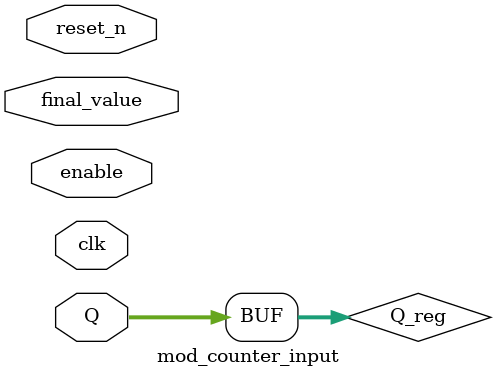
<source format=v>
`timescale 1ns / 1ps


module mod_counter_input
#(parameter n = 4)(
input clk,reset_n,enable,
input [n-1 : 0] final_value,
input [n-1 : 0] Q
    );
    reg [n-1 : 0] Q_reg,Q_next;
    
    always @(posedge clk , negedge reset_n)
    begin
    if(~reset_n)
    Q_reg <= 'b0;
    else if(enable)
    Q_reg <= Q_next;
    end
    always @(Q_reg)
    begin
    if (Q_reg == final_value)
    Q_next = 'b0;
    else
    Q_next = Q_reg + 1;
    end
    assign Q = Q_reg;
endmodule

</source>
